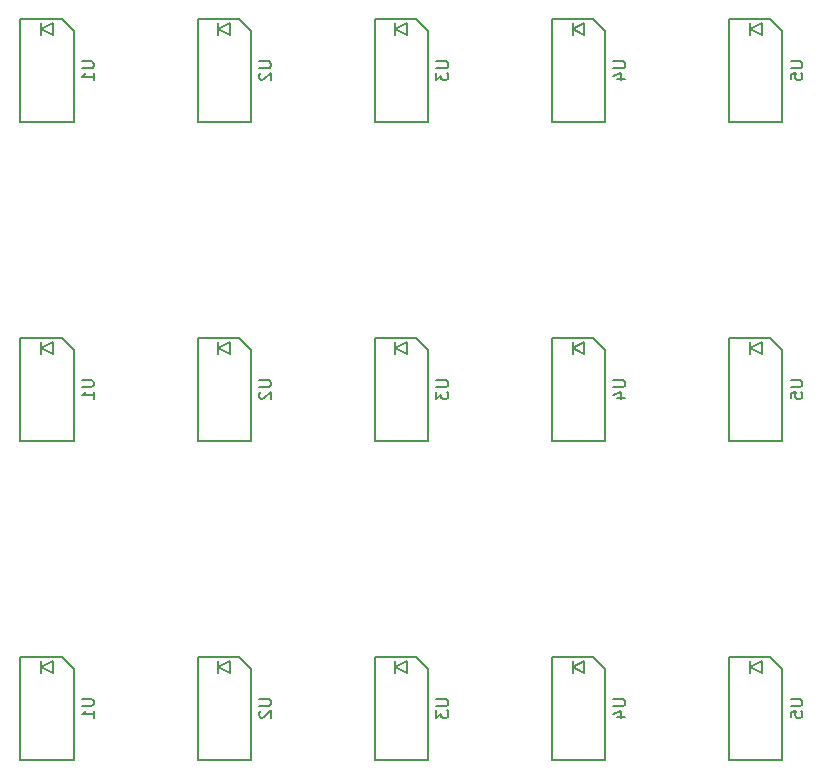
<source format=gbr>
G04 #@! TF.GenerationSoftware,KiCad,Pcbnew,(5.0.2)-1*
G04 #@! TF.CreationDate,2019-08-20T01:58:35+09:00*
G04 #@! TF.ProjectId,robocar-sensorbar-fab,726f626f-6361-4722-9d73-656e736f7262,rev?*
G04 #@! TF.SameCoordinates,Original*
G04 #@! TF.FileFunction,Legend,Bot*
G04 #@! TF.FilePolarity,Positive*
%FSLAX46Y46*%
G04 Gerber Fmt 4.6, Leading zero omitted, Abs format (unit mm)*
G04 Created by KiCad (PCBNEW (5.0.2)-1) date 2019/08/20 1:58:35*
%MOMM*%
%LPD*%
G01*
G04 APERTURE LIST*
%ADD10C,0.150000*%
G04 APERTURE END LIST*
D10*
G04 #@! TO.C,U4*
X165250000Y-116650000D02*
X165250000Y-124350000D01*
X160750000Y-115650000D02*
X160750000Y-124350000D01*
X164250000Y-115650000D02*
X160750000Y-115650000D01*
X165250000Y-124350000D02*
X160750000Y-124350000D01*
X165250000Y-116650000D02*
X164250000Y-115650000D01*
X163500000Y-117000000D02*
X163500000Y-116000000D01*
X163500000Y-116000000D02*
X162500000Y-116500000D01*
X162500000Y-116500000D02*
X163500000Y-117000000D01*
X162500000Y-117000000D02*
X162500000Y-116000000D01*
X165250000Y-89650000D02*
X165250000Y-97350000D01*
X160750000Y-88650000D02*
X160750000Y-97350000D01*
X164250000Y-88650000D02*
X160750000Y-88650000D01*
X165250000Y-97350000D02*
X160750000Y-97350000D01*
X165250000Y-89650000D02*
X164250000Y-88650000D01*
X163500000Y-90000000D02*
X163500000Y-89000000D01*
X163500000Y-89000000D02*
X162500000Y-89500000D01*
X162500000Y-89500000D02*
X163500000Y-90000000D01*
X162500000Y-90000000D02*
X162500000Y-89000000D01*
G04 #@! TO.C,U2*
X135250000Y-116650000D02*
X135250000Y-124350000D01*
X130750000Y-115650000D02*
X130750000Y-124350000D01*
X134250000Y-115650000D02*
X130750000Y-115650000D01*
X135250000Y-124350000D02*
X130750000Y-124350000D01*
X135250000Y-116650000D02*
X134250000Y-115650000D01*
X133500000Y-117000000D02*
X133500000Y-116000000D01*
X133500000Y-116000000D02*
X132500000Y-116500000D01*
X132500000Y-116500000D02*
X133500000Y-117000000D01*
X132500000Y-117000000D02*
X132500000Y-116000000D01*
X135250000Y-89650000D02*
X135250000Y-97350000D01*
X130750000Y-88650000D02*
X130750000Y-97350000D01*
X134250000Y-88650000D02*
X130750000Y-88650000D01*
X135250000Y-97350000D02*
X130750000Y-97350000D01*
X135250000Y-89650000D02*
X134250000Y-88650000D01*
X133500000Y-90000000D02*
X133500000Y-89000000D01*
X133500000Y-89000000D02*
X132500000Y-89500000D01*
X132500000Y-89500000D02*
X133500000Y-90000000D01*
X132500000Y-90000000D02*
X132500000Y-89000000D01*
G04 #@! TO.C,U1*
X117500000Y-117000000D02*
X117500000Y-116000000D01*
X117500000Y-116500000D02*
X118500000Y-117000000D01*
X118500000Y-116000000D02*
X117500000Y-116500000D01*
X118500000Y-117000000D02*
X118500000Y-116000000D01*
X120250000Y-116650000D02*
X119250000Y-115650000D01*
X120250000Y-124350000D02*
X115750000Y-124350000D01*
X119250000Y-115650000D02*
X115750000Y-115650000D01*
X115750000Y-115650000D02*
X115750000Y-124350000D01*
X120250000Y-116650000D02*
X120250000Y-124350000D01*
X117500000Y-90000000D02*
X117500000Y-89000000D01*
X117500000Y-89500000D02*
X118500000Y-90000000D01*
X118500000Y-89000000D02*
X117500000Y-89500000D01*
X118500000Y-90000000D02*
X118500000Y-89000000D01*
X120250000Y-89650000D02*
X119250000Y-88650000D01*
X120250000Y-97350000D02*
X115750000Y-97350000D01*
X119250000Y-88650000D02*
X115750000Y-88650000D01*
X115750000Y-88650000D02*
X115750000Y-97350000D01*
X120250000Y-89650000D02*
X120250000Y-97350000D01*
G04 #@! TO.C,U3*
X147500000Y-117000000D02*
X147500000Y-116000000D01*
X147500000Y-116500000D02*
X148500000Y-117000000D01*
X148500000Y-116000000D02*
X147500000Y-116500000D01*
X148500000Y-117000000D02*
X148500000Y-116000000D01*
X150250000Y-116650000D02*
X149250000Y-115650000D01*
X150250000Y-124350000D02*
X145750000Y-124350000D01*
X149250000Y-115650000D02*
X145750000Y-115650000D01*
X145750000Y-115650000D02*
X145750000Y-124350000D01*
X150250000Y-116650000D02*
X150250000Y-124350000D01*
X147500000Y-90000000D02*
X147500000Y-89000000D01*
X147500000Y-89500000D02*
X148500000Y-90000000D01*
X148500000Y-89000000D02*
X147500000Y-89500000D01*
X148500000Y-90000000D02*
X148500000Y-89000000D01*
X150250000Y-89650000D02*
X149250000Y-88650000D01*
X150250000Y-97350000D02*
X145750000Y-97350000D01*
X149250000Y-88650000D02*
X145750000Y-88650000D01*
X145750000Y-88650000D02*
X145750000Y-97350000D01*
X150250000Y-89650000D02*
X150250000Y-97350000D01*
G04 #@! TO.C,U5*
X177500000Y-117000000D02*
X177500000Y-116000000D01*
X177500000Y-116500000D02*
X178500000Y-117000000D01*
X178500000Y-116000000D02*
X177500000Y-116500000D01*
X178500000Y-117000000D02*
X178500000Y-116000000D01*
X180250000Y-116650000D02*
X179250000Y-115650000D01*
X180250000Y-124350000D02*
X175750000Y-124350000D01*
X179250000Y-115650000D02*
X175750000Y-115650000D01*
X175750000Y-115650000D02*
X175750000Y-124350000D01*
X180250000Y-116650000D02*
X180250000Y-124350000D01*
X177500000Y-90000000D02*
X177500000Y-89000000D01*
X177500000Y-89500000D02*
X178500000Y-90000000D01*
X178500000Y-89000000D02*
X177500000Y-89500000D01*
X178500000Y-90000000D02*
X178500000Y-89000000D01*
X180250000Y-89650000D02*
X179250000Y-88650000D01*
X180250000Y-97350000D02*
X175750000Y-97350000D01*
X179250000Y-88650000D02*
X175750000Y-88650000D01*
X175750000Y-88650000D02*
X175750000Y-97350000D01*
X180250000Y-89650000D02*
X180250000Y-97350000D01*
G04 #@! TO.C,U1*
X120250000Y-62650000D02*
X120250000Y-70350000D01*
X115750000Y-61650000D02*
X115750000Y-70350000D01*
X119250000Y-61650000D02*
X115750000Y-61650000D01*
X120250000Y-70350000D02*
X115750000Y-70350000D01*
X120250000Y-62650000D02*
X119250000Y-61650000D01*
X118500000Y-63000000D02*
X118500000Y-62000000D01*
X118500000Y-62000000D02*
X117500000Y-62500000D01*
X117500000Y-62500000D02*
X118500000Y-63000000D01*
X117500000Y-63000000D02*
X117500000Y-62000000D01*
G04 #@! TO.C,U2*
X132500000Y-63000000D02*
X132500000Y-62000000D01*
X132500000Y-62500000D02*
X133500000Y-63000000D01*
X133500000Y-62000000D02*
X132500000Y-62500000D01*
X133500000Y-63000000D02*
X133500000Y-62000000D01*
X135250000Y-62650000D02*
X134250000Y-61650000D01*
X135250000Y-70350000D02*
X130750000Y-70350000D01*
X134250000Y-61650000D02*
X130750000Y-61650000D01*
X130750000Y-61650000D02*
X130750000Y-70350000D01*
X135250000Y-62650000D02*
X135250000Y-70350000D01*
G04 #@! TO.C,U3*
X150250000Y-62650000D02*
X150250000Y-70350000D01*
X145750000Y-61650000D02*
X145750000Y-70350000D01*
X149250000Y-61650000D02*
X145750000Y-61650000D01*
X150250000Y-70350000D02*
X145750000Y-70350000D01*
X150250000Y-62650000D02*
X149250000Y-61650000D01*
X148500000Y-63000000D02*
X148500000Y-62000000D01*
X148500000Y-62000000D02*
X147500000Y-62500000D01*
X147500000Y-62500000D02*
X148500000Y-63000000D01*
X147500000Y-63000000D02*
X147500000Y-62000000D01*
G04 #@! TO.C,U4*
X162500000Y-63000000D02*
X162500000Y-62000000D01*
X162500000Y-62500000D02*
X163500000Y-63000000D01*
X163500000Y-62000000D02*
X162500000Y-62500000D01*
X163500000Y-63000000D02*
X163500000Y-62000000D01*
X165250000Y-62650000D02*
X164250000Y-61650000D01*
X165250000Y-70350000D02*
X160750000Y-70350000D01*
X164250000Y-61650000D02*
X160750000Y-61650000D01*
X160750000Y-61650000D02*
X160750000Y-70350000D01*
X165250000Y-62650000D02*
X165250000Y-70350000D01*
G04 #@! TO.C,U5*
X180250000Y-62650000D02*
X180250000Y-70350000D01*
X175750000Y-61650000D02*
X175750000Y-70350000D01*
X179250000Y-61650000D02*
X175750000Y-61650000D01*
X180250000Y-70350000D02*
X175750000Y-70350000D01*
X180250000Y-62650000D02*
X179250000Y-61650000D01*
X178500000Y-63000000D02*
X178500000Y-62000000D01*
X178500000Y-62000000D02*
X177500000Y-62500000D01*
X177500000Y-62500000D02*
X178500000Y-63000000D01*
X177500000Y-63000000D02*
X177500000Y-62000000D01*
G04 #@! TO.C,U4*
X165952380Y-119238095D02*
X166761904Y-119238095D01*
X166857142Y-119285714D01*
X166904761Y-119333333D01*
X166952380Y-119428571D01*
X166952380Y-119619047D01*
X166904761Y-119714285D01*
X166857142Y-119761904D01*
X166761904Y-119809523D01*
X165952380Y-119809523D01*
X166285714Y-120714285D02*
X166952380Y-120714285D01*
X165904761Y-120476190D02*
X166619047Y-120238095D01*
X166619047Y-120857142D01*
X165952380Y-92238095D02*
X166761904Y-92238095D01*
X166857142Y-92285714D01*
X166904761Y-92333333D01*
X166952380Y-92428571D01*
X166952380Y-92619047D01*
X166904761Y-92714285D01*
X166857142Y-92761904D01*
X166761904Y-92809523D01*
X165952380Y-92809523D01*
X166285714Y-93714285D02*
X166952380Y-93714285D01*
X165904761Y-93476190D02*
X166619047Y-93238095D01*
X166619047Y-93857142D01*
G04 #@! TO.C,U2*
X135952380Y-119238095D02*
X136761904Y-119238095D01*
X136857142Y-119285714D01*
X136904761Y-119333333D01*
X136952380Y-119428571D01*
X136952380Y-119619047D01*
X136904761Y-119714285D01*
X136857142Y-119761904D01*
X136761904Y-119809523D01*
X135952380Y-119809523D01*
X136047619Y-120238095D02*
X136000000Y-120285714D01*
X135952380Y-120380952D01*
X135952380Y-120619047D01*
X136000000Y-120714285D01*
X136047619Y-120761904D01*
X136142857Y-120809523D01*
X136238095Y-120809523D01*
X136380952Y-120761904D01*
X136952380Y-120190476D01*
X136952380Y-120809523D01*
X135952380Y-92238095D02*
X136761904Y-92238095D01*
X136857142Y-92285714D01*
X136904761Y-92333333D01*
X136952380Y-92428571D01*
X136952380Y-92619047D01*
X136904761Y-92714285D01*
X136857142Y-92761904D01*
X136761904Y-92809523D01*
X135952380Y-92809523D01*
X136047619Y-93238095D02*
X136000000Y-93285714D01*
X135952380Y-93380952D01*
X135952380Y-93619047D01*
X136000000Y-93714285D01*
X136047619Y-93761904D01*
X136142857Y-93809523D01*
X136238095Y-93809523D01*
X136380952Y-93761904D01*
X136952380Y-93190476D01*
X136952380Y-93809523D01*
G04 #@! TO.C,U1*
X120952380Y-119238095D02*
X121761904Y-119238095D01*
X121857142Y-119285714D01*
X121904761Y-119333333D01*
X121952380Y-119428571D01*
X121952380Y-119619047D01*
X121904761Y-119714285D01*
X121857142Y-119761904D01*
X121761904Y-119809523D01*
X120952380Y-119809523D01*
X121952380Y-120809523D02*
X121952380Y-120238095D01*
X121952380Y-120523809D02*
X120952380Y-120523809D01*
X121095238Y-120428571D01*
X121190476Y-120333333D01*
X121238095Y-120238095D01*
X120952380Y-92238095D02*
X121761904Y-92238095D01*
X121857142Y-92285714D01*
X121904761Y-92333333D01*
X121952380Y-92428571D01*
X121952380Y-92619047D01*
X121904761Y-92714285D01*
X121857142Y-92761904D01*
X121761904Y-92809523D01*
X120952380Y-92809523D01*
X121952380Y-93809523D02*
X121952380Y-93238095D01*
X121952380Y-93523809D02*
X120952380Y-93523809D01*
X121095238Y-93428571D01*
X121190476Y-93333333D01*
X121238095Y-93238095D01*
G04 #@! TO.C,U3*
X150952380Y-119238095D02*
X151761904Y-119238095D01*
X151857142Y-119285714D01*
X151904761Y-119333333D01*
X151952380Y-119428571D01*
X151952380Y-119619047D01*
X151904761Y-119714285D01*
X151857142Y-119761904D01*
X151761904Y-119809523D01*
X150952380Y-119809523D01*
X150952380Y-120190476D02*
X150952380Y-120809523D01*
X151333333Y-120476190D01*
X151333333Y-120619047D01*
X151380952Y-120714285D01*
X151428571Y-120761904D01*
X151523809Y-120809523D01*
X151761904Y-120809523D01*
X151857142Y-120761904D01*
X151904761Y-120714285D01*
X151952380Y-120619047D01*
X151952380Y-120333333D01*
X151904761Y-120238095D01*
X151857142Y-120190476D01*
X150952380Y-92238095D02*
X151761904Y-92238095D01*
X151857142Y-92285714D01*
X151904761Y-92333333D01*
X151952380Y-92428571D01*
X151952380Y-92619047D01*
X151904761Y-92714285D01*
X151857142Y-92761904D01*
X151761904Y-92809523D01*
X150952380Y-92809523D01*
X150952380Y-93190476D02*
X150952380Y-93809523D01*
X151333333Y-93476190D01*
X151333333Y-93619047D01*
X151380952Y-93714285D01*
X151428571Y-93761904D01*
X151523809Y-93809523D01*
X151761904Y-93809523D01*
X151857142Y-93761904D01*
X151904761Y-93714285D01*
X151952380Y-93619047D01*
X151952380Y-93333333D01*
X151904761Y-93238095D01*
X151857142Y-93190476D01*
G04 #@! TO.C,U5*
X180952380Y-119238095D02*
X181761904Y-119238095D01*
X181857142Y-119285714D01*
X181904761Y-119333333D01*
X181952380Y-119428571D01*
X181952380Y-119619047D01*
X181904761Y-119714285D01*
X181857142Y-119761904D01*
X181761904Y-119809523D01*
X180952380Y-119809523D01*
X180952380Y-120761904D02*
X180952380Y-120285714D01*
X181428571Y-120238095D01*
X181380952Y-120285714D01*
X181333333Y-120380952D01*
X181333333Y-120619047D01*
X181380952Y-120714285D01*
X181428571Y-120761904D01*
X181523809Y-120809523D01*
X181761904Y-120809523D01*
X181857142Y-120761904D01*
X181904761Y-120714285D01*
X181952380Y-120619047D01*
X181952380Y-120380952D01*
X181904761Y-120285714D01*
X181857142Y-120238095D01*
X180952380Y-92238095D02*
X181761904Y-92238095D01*
X181857142Y-92285714D01*
X181904761Y-92333333D01*
X181952380Y-92428571D01*
X181952380Y-92619047D01*
X181904761Y-92714285D01*
X181857142Y-92761904D01*
X181761904Y-92809523D01*
X180952380Y-92809523D01*
X180952380Y-93761904D02*
X180952380Y-93285714D01*
X181428571Y-93238095D01*
X181380952Y-93285714D01*
X181333333Y-93380952D01*
X181333333Y-93619047D01*
X181380952Y-93714285D01*
X181428571Y-93761904D01*
X181523809Y-93809523D01*
X181761904Y-93809523D01*
X181857142Y-93761904D01*
X181904761Y-93714285D01*
X181952380Y-93619047D01*
X181952380Y-93380952D01*
X181904761Y-93285714D01*
X181857142Y-93238095D01*
G04 #@! TO.C,U1*
X120952380Y-65238095D02*
X121761904Y-65238095D01*
X121857142Y-65285714D01*
X121904761Y-65333333D01*
X121952380Y-65428571D01*
X121952380Y-65619047D01*
X121904761Y-65714285D01*
X121857142Y-65761904D01*
X121761904Y-65809523D01*
X120952380Y-65809523D01*
X121952380Y-66809523D02*
X121952380Y-66238095D01*
X121952380Y-66523809D02*
X120952380Y-66523809D01*
X121095238Y-66428571D01*
X121190476Y-66333333D01*
X121238095Y-66238095D01*
G04 #@! TO.C,U2*
X135952380Y-65238095D02*
X136761904Y-65238095D01*
X136857142Y-65285714D01*
X136904761Y-65333333D01*
X136952380Y-65428571D01*
X136952380Y-65619047D01*
X136904761Y-65714285D01*
X136857142Y-65761904D01*
X136761904Y-65809523D01*
X135952380Y-65809523D01*
X136047619Y-66238095D02*
X136000000Y-66285714D01*
X135952380Y-66380952D01*
X135952380Y-66619047D01*
X136000000Y-66714285D01*
X136047619Y-66761904D01*
X136142857Y-66809523D01*
X136238095Y-66809523D01*
X136380952Y-66761904D01*
X136952380Y-66190476D01*
X136952380Y-66809523D01*
G04 #@! TO.C,U3*
X150952380Y-65238095D02*
X151761904Y-65238095D01*
X151857142Y-65285714D01*
X151904761Y-65333333D01*
X151952380Y-65428571D01*
X151952380Y-65619047D01*
X151904761Y-65714285D01*
X151857142Y-65761904D01*
X151761904Y-65809523D01*
X150952380Y-65809523D01*
X150952380Y-66190476D02*
X150952380Y-66809523D01*
X151333333Y-66476190D01*
X151333333Y-66619047D01*
X151380952Y-66714285D01*
X151428571Y-66761904D01*
X151523809Y-66809523D01*
X151761904Y-66809523D01*
X151857142Y-66761904D01*
X151904761Y-66714285D01*
X151952380Y-66619047D01*
X151952380Y-66333333D01*
X151904761Y-66238095D01*
X151857142Y-66190476D01*
G04 #@! TO.C,U4*
X165952380Y-65238095D02*
X166761904Y-65238095D01*
X166857142Y-65285714D01*
X166904761Y-65333333D01*
X166952380Y-65428571D01*
X166952380Y-65619047D01*
X166904761Y-65714285D01*
X166857142Y-65761904D01*
X166761904Y-65809523D01*
X165952380Y-65809523D01*
X166285714Y-66714285D02*
X166952380Y-66714285D01*
X165904761Y-66476190D02*
X166619047Y-66238095D01*
X166619047Y-66857142D01*
G04 #@! TO.C,U5*
X180952380Y-65238095D02*
X181761904Y-65238095D01*
X181857142Y-65285714D01*
X181904761Y-65333333D01*
X181952380Y-65428571D01*
X181952380Y-65619047D01*
X181904761Y-65714285D01*
X181857142Y-65761904D01*
X181761904Y-65809523D01*
X180952380Y-65809523D01*
X180952380Y-66761904D02*
X180952380Y-66285714D01*
X181428571Y-66238095D01*
X181380952Y-66285714D01*
X181333333Y-66380952D01*
X181333333Y-66619047D01*
X181380952Y-66714285D01*
X181428571Y-66761904D01*
X181523809Y-66809523D01*
X181761904Y-66809523D01*
X181857142Y-66761904D01*
X181904761Y-66714285D01*
X181952380Y-66619047D01*
X181952380Y-66380952D01*
X181904761Y-66285714D01*
X181857142Y-66238095D01*
G04 #@! TD*
M02*

</source>
